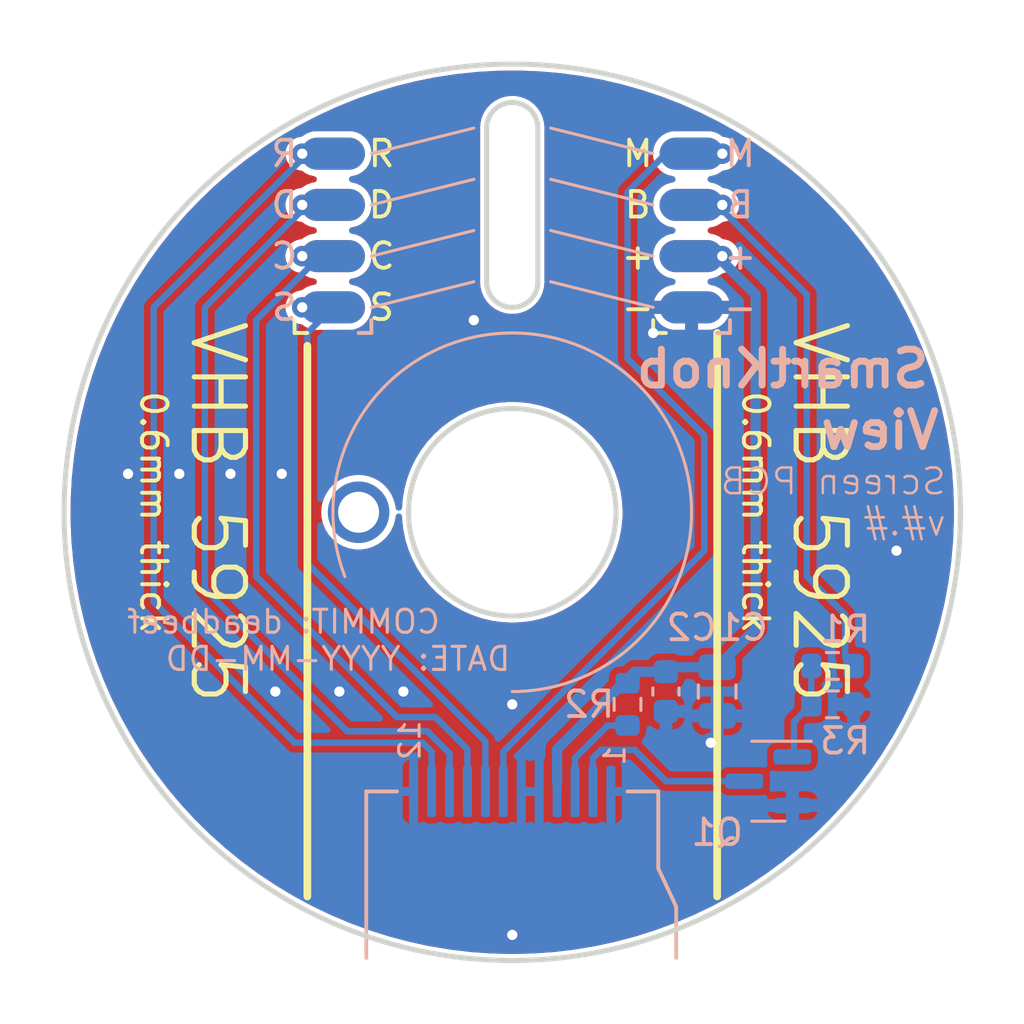
<source format=kicad_pcb>
(kicad_pcb (version 20211014) (generator pcbnew)
  (layers (0 "F.Cu" signal) (31 "B.Cu" signal) (34 "B.Paste" user) (35 "F.Paste" user) (36 "B.SilkS" user "B.Silkscreen") (37 "F.SilkS" user "F.Silkscreen") (38 "B.Mask" user) (39 "F.Mask" user) (44 "Edge.Cuts" user))
  (property "COMMIT_DATE" "YYYY-MM-DD")
  (property "COMMIT_DATE_LONG" "YYYY-MM-DD HH:MM:SS TZ")
  (property "COMMIT_HASH" "deadbeef")
  (property "RELEASE_VERSION" "v#.#")
  (net 0 "")
  (net 1 "GND")
  (net 2 "/VDD")
  (net 3 "/DC")
  (net 4 "/BACKLIGHT_EN")
  (net 5 "/nRESET")
  (net 6 "/MOSI")
  (net 7 "/SCK")
  (net 8 "/nCS")
  (net 9 "/LEDA")
  (net 10 "/LEDK")
  (net 11 "Net-(Q1-Pad1)")
  (footprint "Holes:AlignmentHole_1.6" (layer "F.Cu") (at 94 100)
    (fp_text reference "H1" hide)
    (fp_text value "AlignmentHole" hide)
    (pad "1" thru_hole circle locked (at 0 0) (size 2.4 2.4) (drill 1.6) (layers *.Cu *.Mask))
  )
  (footprint "SolderPads:SolderPads_2mm_4" (layer "F.Cu") (at 93 92 90)
    (fp_text reference "J5" hide)
    (fp_text value "Conn_01x04")
    (fp_line (start -1 -1.5) (end -1 -1) (layer "F.SilkS") (width 0.15))
    (fp_line (start -0.5 -1.5) (end -1 -1.5) (layer "F.SilkS") (width 0.15))
    (pad "1" smd oval locked (at 0 0 90) (size 1.25 2.5) (layers "F.Cu" "F.Mask") (net 8 "/nCS"))
    (pad "2" smd oval locked (at 2 0 90) (size 1.25 2.5) (layers "F.Cu" "F.Mask") (net 7 "/SCK"))
    (pad "3" smd oval locked (at 4 0 90) (size 1.25 2.5) (layers "F.Cu" "F.Mask") (net 6 "/MOSI"))
    (pad "4" smd oval locked (at 6 0 90) (size 1.25 2.5) (layers "F.Cu" "F.Mask") (net 5 "/nRESET"))
  )
  (footprint "SolderPads:SolderPads_2mm_4" (layer "F.Cu") (at 107 92 90)
    (fp_text reference "J4" hide)
    (fp_text value "Conn_01x04")
    (fp_line (start -1 -1.5) (end -1 -1) (layer "F.SilkS") (width 0.15))
    (fp_line (start -0.5 -1.5) (end -1 -1.5) (layer "F.SilkS") (width 0.15))
    (pad "1" smd oval locked (at 0 0 90) (size 1.25 2.5) (layers "F.Cu" "F.Mask") (net 1 "GND"))
    (pad "2" smd oval locked (at 2 0 90) (size 1.25 2.5) (layers "F.Cu" "F.Mask") (net 2 "/VDD"))
    (pad "3" smd oval locked (at 4 0 90) (size 1.25 2.5) (layers "F.Cu" "F.Mask") (net 4 "/BACKLIGHT_EN"))
    (pad "4" smd oval locked (at 6 0 90) (size 1.25 2.5) (layers "F.Cu" "F.Mask") (net 3 "/DC"))
  )
  (footprint "LCD_GC9A01:GC9A01Round1.28" (layer "B.Cu") (at 100 110.9 90)
    (fp_text reference "J2" hide)
    (fp_text value "GC9A01")
    (fp_text user "12" (at 2 -4 90) (layer "B.SilkS") (effects (font (size 0.8 0.8) (thickness 0.12)) (justify mirror)))
    (fp_text user "1" (at 1.4 4 90) (layer "B.SilkS") (effects (font (size 0.8 0.8) (thickness 0.12)) (justify mirror)))
    (fp_line (start -6.5 6.4) (end -4.5 6.4) (layer "B.SilkS") (width 0.15))
    (fp_line (start 0 -5.7) (end -6.5 -5.7) (layer "B.SilkS") (width 0.15))
    (fp_line (start -4.5 6.4) (end -3 5.7) (layer "B.SilkS") (width 0.15))
    (fp_line (start 0 -5.7) (end 0 -4.5) (layer "B.SilkS") (width 0.15))
    (fp_line (start 0 5.7) (end -3 5.7) (layer "B.SilkS") (width 0.15))
    (fp_line (start 0 5.7) (end 0 4.5) (layer "B.SilkS") (width 0.15))
    (pad "1" smd roundrect locked (at 0 3.85 90) (size 2 0.35) (layers "B.Cu" "B.Paste" "B.Mask") (net 1 "GND"))
    (pad "2" smd roundrect locked (at 0 3.15 90) (size 2 0.35) (layers "B.Cu" "B.Paste" "B.Mask") (net 10 "/LEDK"))
    (pad "3" smd roundrect locked (at 0 2.45 90) (size 2 0.35) (layers "B.Cu" "B.Paste" "B.Mask") (net 9 "/LEDA"))
    (pad "4" smd roundrect locked (at 0 1.75 90) (size 2 0.35) (layers "B.Cu" "B.Paste" "B.Mask") (net 2 "/VDD"))
    (pad "5" smd roundrect locked (at 0 1.05 90) (size 2 0.35) (layers "B.Cu" "B.Paste" "B.Mask") (net 1 "GND"))
    (pad "6" smd roundrect locked (at 0 0.35 90) (size 2 0.35) (layers "B.Cu" "B.Paste" "B.Mask") (net 1 "GND"))
    (pad "7" smd roundrect locked (at 0 -0.35 90) (size 2 0.35) (layers "B.Cu" "B.Paste" "B.Mask") (net 3 "/DC"))
    (pad "8" smd roundrect locked (at 0 -1.05 90) (size 2 0.35) (layers "B.Cu" "B.Paste" "B.Mask") (net 8 "/nCS"))
    (pad "9" smd roundrect locked (at 0 -1.75 90) (size 2 0.35) (layers "B.Cu" "B.Paste" "B.Mask") (net 7 "/SCK"))
    (pad "10" smd roundrect locked (at 0 -2.45 90) (size 2 0.35) (layers "B.Cu" "B.Paste" "B.Mask") (net 6 "/MOSI"))
    (pad "11" smd roundrect locked (at 0 -3.15 90) (size 2 0.35) (layers "B.Cu" "B.Paste" "B.Mask") (net 5 "/nRESET"))
    (pad "12" smd roundrect locked (at 0 -3.85 90) (size 2 0.35) (layers "B.Cu" "B.Paste" "B.Mask") (net 1 "GND"))
  )
  (footprint "Package_TO_SOT_SMD:SOT-23" (layer "B.Cu") (at 110 110.5 180)
    (fp_text reference "Q1" (at 2 -2 180) (layer "B.SilkS") (effects (justify mirror)))
    (fp_text value "2N7002")
    (fp_line (start 0 -1.56) (end -0.65 -1.56) (layer "B.SilkS") (width 0.12))
    (fp_line (start 0 -1.56) (end 0.65 -1.56) (layer "B.SilkS") (width 0.12))
    (fp_line (start 0 1.56) (end -1.675 1.56) (layer "B.SilkS") (width 0.12))
    (fp_line (start 0 1.56) (end 0.65 1.56) (layer "B.SilkS") (width 0.12))
    (pad "1" smd roundrect (at -0.9375 0.95 180) (size 1.475 0.6) (layers "B.Cu" "B.Paste" "B.Mask") (net 11 "Net-(Q1-Pad1)"))
    (pad "2" smd roundrect (at -0.9375 -0.95 180) (size 1.475 0.6) (layers "B.Cu" "B.Paste" "B.Mask") (net 1 "GND"))
    (pad "3" smd roundrect (at 0.9375 0 180) (size 1.475 0.6) (layers "B.Cu" "B.Paste" "B.Mask") (net 10 "/LEDK"))
  )
  (footprint "Resistor_SMD:R_0603_1608Metric" (layer "B.Cu") (at 112.5 106 180)
    (fp_text reference "R1" (at -0.5 1.43) (layer "B.SilkS") (effects (justify mirror)))
    (fp_text value "10k")
    (fp_line (start -0.237258 -0.5225) (end 0.237258 -0.5225) (layer "B.SilkS") (width 0.12))
    (fp_line (start -0.237258 0.5225) (end 0.237258 0.5225) (layer "B.SilkS") (width 0.12))
    (pad "1" smd roundrect (at -0.825 0 180) (size 0.8 0.95) (layers "B.Cu" "B.Paste" "B.Mask") (net 4 "/BACKLIGHT_EN"))
    (pad "2" smd roundrect (at 0.825 0 180) (size 0.8 0.95) (layers "B.Cu" "B.Paste" "B.Mask") (net 11 "Net-(Q1-Pad1)"))
  )
  (footprint "Resistor_SMD:R_0603_1608Metric" (layer "B.Cu") (at 104.5 107.5 -90)
    (fp_text reference "R2" (at 0 1.5) (layer "B.SilkS") (effects (justify mirror)))
    (fp_text value "22R")
    (fp_line (start -0.237258 -0.5225) (end 0.237258 -0.5225) (layer "B.SilkS") (width 0.12))
    (fp_line (start -0.237258 0.5225) (end 0.237258 0.5225) (layer "B.SilkS") (width 0.12))
    (pad "1" smd roundrect (at -0.825 0 270) (size 0.8 0.95) (layers "B.Cu" "B.Paste" "B.Mask") (net 2 "/VDD"))
    (pad "2" smd roundrect (at 0.825 0 270) (size 0.8 0.95) (layers "B.Cu" "B.Paste" "B.Mask") (net 9 "/LEDA"))
  )
  (footprint "Resistor_SMD:R_0603_1608Metric" (layer "B.Cu") (at 112.5 107.5)
    (fp_text reference "R3" (at 0.5 1.43) (layer "B.SilkS") (effects (justify mirror)))
    (fp_text value "1M")
    (fp_line (start -0.237258 0.5225) (end 0.237258 0.5225) (layer "B.SilkS") (width 0.12))
    (fp_line (start -0.237258 -0.5225) (end 0.237258 -0.5225) (layer "B.SilkS") (width 0.12))
    (pad "1" smd roundrect (at -0.825 0) (size 0.8 0.95) (layers "B.Cu" "B.Paste" "B.Mask") (net 11 "Net-(Q1-Pad1)"))
    (pad "2" smd roundrect (at 0.825 0) (size 0.8 0.95) (layers "B.Cu" "B.Paste" "B.Mask") (net 1 "GND"))
  )
  (footprint "Capacitor_SMD:C_0603_1608Metric" (layer "B.Cu") (at 106 107 -90)
    (fp_text reference "C2" (at -2.5 -1) (layer "B.SilkS") (effects (justify mirror)))
    (fp_text value "0.1uF")
    (fp_line (start -0.14058 -0.51) (end 0.14058 -0.51) (layer "B.SilkS") (width 0.12))
    (fp_line (start -0.14058 0.51) (end 0.14058 0.51) (layer "B.SilkS") (width 0.12))
    (pad "1" smd roundrect (at -0.775 0 270) (size 0.9 0.95) (layers "B.Cu" "B.Paste" "B.Mask") (net 2 "/VDD"))
    (pad "2" smd roundrect (at 0.775 0 270) (size 0.9 0.95) (layers "B.Cu" "B.Paste" "B.Mask") (net 1 "GND"))
  )
  (footprint "Capacitor_SMD:C_0805_2012Metric" (layer "B.Cu") (at 108 107 -90)
    (fp_text reference "C1" (at -2.5 -1) (layer "B.SilkS") (effects (justify mirror)))
    (fp_text value "22uF")
    (fp_line (start -0.261252 -0.735) (end 0.261252 -0.735) (layer "B.SilkS") (width 0.12))
    (fp_line (start -0.261252 0.735) (end 0.261252 0.735) (layer "B.SilkS") (width 0.12))
    (pad "1" smd roundrect (at -0.95 0 270) (size 1 1.45) (layers "B.Cu" "B.Paste" "B.Mask") (net 2 "/VDD"))
    (pad "2" smd roundrect (at 0.95 0 270) (size 1 1.45) (layers "B.Cu" "B.Paste" "B.Mask") (net 1 "GND"))
  )
  (footprint "SolderPads:SolderPads_2mm_4" (layer "B.Cu") (at 93 92 90)
    (fp_text reference "J3" hide)
    (fp_text value "Conn_01x04")
    (fp_line (start -0.5 1.5) (end -1 1.5) (layer "B.SilkS") (width 0.15))
    (fp_line (start -1 1.5) (end -1 1) (layer "B.SilkS") (width 0.15))
    (pad "1" smd oval locked (at 0 0 90) (size 1.25 2.5) (layers "B.Cu" "B.Mask") (net 8 "/nCS"))
    (pad "2" smd oval locked (at 2 0 90) (size 1.25 2.5) (layers "B.Cu" "B.Mask") (net 7 "/SCK"))
    (pad "3" smd oval locked (at 4 0 90) (size 1.25 2.5) (layers "B.Cu" "B.Mask") (net 6 "/MOSI"))
    (pad "4" smd oval locked (at 6 0 90) (size 1.25 2.5) (layers "B.Cu" "B.Mask") (net 5 "/nRESET"))
  )
  (footprint "SolderPads:SolderPads_2mm_4" (layer "B.Cu") (at 107 92 90)
    (fp_text reference "J1" hide)
    (fp_text value "Conn_01x04")
    (fp_line (start -0.5 1.5) (end -1 1.5) (layer "B.SilkS") (width 0.15))
    (fp_line (start -1 1.5) (end -1 1) (layer "B.SilkS") (width 0.15))
    (pad "1" smd oval locked (at 0 0 90) (size 1.25 2.5) (layers "B.Cu" "B.Mask") (net 1 "GND"))
    (pad "2" smd oval locked (at 2 0 90) (size 1.25 2.5) (layers "B.Cu" "B.Mask") (net 2 "/VDD"))
    (pad "3" smd oval locked (at 4 0 90) (size 1.25 2.5) (layers "B.Cu" "B.Mask") (net 4 "/BACKLIGHT_EN"))
    (pad "4" smd oval locked (at 6 0 90) (size 1.25 2.5) (layers "B.Cu" "B.Mask") (net 3 "/DC"))
  )
  (gr_arc (start 93.466581 102.512854) (mid 103.962955 94.229819) (end 100 107) (layer "B.SilkS") (width 0.12))
  (gr_line (start 98.5 85) (end 94.5 86) (layer "B.SilkS") (width 0.12))
  (gr_line (start 98.5 91) (end 94.5 92) (layer "B.SilkS") (width 0.12))
  (gr_line (start 101.5 85) (end 105.5 86) (layer "B.SilkS") (width 0.12))
  (gr_line (start 101.5 91) (end 105.5 92) (layer "B.SilkS") (width 0.12))
  (gr_line (start 101.5 89) (end 105.5 90) (layer "B.SilkS") (width 0.12))
  (gr_line (start 101.5 87) (end 105.5 88) (layer "B.SilkS") (width 0.12))
  (gr_line (start 98.5 87) (end 94.5 88) (layer "B.SilkS") (width 0.12))
  (gr_line (start 98.5 89) (end 94.5 90) (layer "B.SilkS") (width 0.12))
  (gr_line (start 92 93.5) (end 92 115) (layer "F.SilkS") (width 0.3))
  (gr_line (start 108 93) (end 108 115) (layer "F.SilkS") (width 0.3))
  (gr_arc (start 101 91) (mid 100 92) (end 99 91) (layer "Edge.Cuts") (width 0.2))
  (gr_line (start 99 85) (end 99 91) (layer "Edge.Cuts") (width 0.2))
  (gr_line (start 101 91) (end 101 85) (layer "Edge.Cuts") (width 0.2))
  (gr_arc (start 99 85) (mid 100 84) (end 101 85) (layer "Edge.Cuts") (width 0.2))
  (gr_circle (center 100 100) (end 117.5 100) (layer "Edge.Cuts") (width 0.2) (fill none))
  (gr_circle (center 100 100) (end 104.05 100) (layer "Edge.Cuts") (width 0.2) (fill none))
  (gr_text "    COMMIT: ${COMMIT_HASH}\nDATE: ${COMMIT_DATE}\n" (at 100 105) (layer "B.SilkS") (effects (font (size 0.9 0.9) (thickness 0.12)) (justify left mirror)))
  (gr_text "SmartKnob" (at 116.4 94.4) (layer "B.SilkS") (effects (font (size 1.4 1.4) (thickness 0.27)) (justify left mirror)))
  (gr_text "View" (at 116.8 96.8) (layer "B.SilkS") (effects (font (size 1.4 1.4) (thickness 0.27)) (justify left mirror)))
  (gr_text "R" (at 91.1 86) (layer "B.SilkS") (effects (font (size 1 1)) (justify mirror)))
  (gr_text "M" (at 108.9 86) (layer "B.SilkS") (effects (font (size 1 1)) (justify mirror)))
  (gr_text "S" (at 91.1 92) (layer "B.SilkS") (effects (font (size 1 1)) (justify mirror)))
  (gr_text "-" (at 108.9 92) (layer "B.SilkS") (effects (font (size 1 1)) (justify mirror)))
  (gr_text "D" (at 91.1 88) (layer "B.SilkS") (effects (font (size 1 1)) (justify mirror)))
  (gr_text "+" (at 108.9 90) (layer "B.SilkS") (effects (font (size 1 1)) (justify mirror)))
  (gr_text "Screen PCB\n${RELEASE_VERSION}" (at 117 99.6) (layer "B.SilkS") (effects (font (size 1 1) (thickness 0.1)) (justify left mirror)))
  (gr_text "C" (at 91.1 90) (layer "B.SilkS") (effects (font (size 1 1)) (justify mirror)))
  (gr_text "B" (at 108.9 88) (layer "B.SilkS") (effects (font (size 1 1)) (justify mirror)))
  (gr_text "0.6mm thick" (at 86 100 -90) (layer "F.SilkS") (effects (font (size 1 1))))
  (gr_text "VHB 5925" (at 88.5 100 -90) (layer "F.SilkS") (effects (font (size 2 2) (thickness 0.2))))
  (gr_text "D" (at 94.9 88) (layer "F.SilkS") (effects (font (size 1 1))))
  (gr_text "C" (at 94.9 90) (layer "F.SilkS") (effects (font (size 1 1))))
  (gr_text "S" (at 94.9 92) (layer "F.SilkS") (effects (font (size 1 1))))
  (gr_text "R" (at 94.9 86) (layer "F.SilkS") (effects (font (size 1 1))))
  (gr_text "-" (at 104.9 92) (layer "F.SilkS") (effects (font (size 1 1))))
  (gr_text "+" (at 104.9 90) (layer "F.SilkS") (effects (font (size 1 1))))
  (gr_text "M" (at 104.9 86) (layer "F.SilkS") (effects (font (size 1 1))))
  (gr_text "B" (at 104.9 88) (layer "F.SilkS") (effects (font (size 1 1))))
  (gr_text "0.6mm thick" (at 109.5 100 -90) (layer "F.SilkS") (effects (font (size 1 1))))
  (gr_text "VHB 5925" (at 112 100 -90) (layer "F.SilkS") (effects (font (size 2 2) (thickness 0.2))))
  (via (at 93.25 107) (size 0.8) (drill 0.4) (layers "F.Cu" "B.Cu") (net 1))
  (via (at 85 98.5) (size 0.8) (drill 0.4) (layers "F.Cu" "B.Cu") (net 1))
  (via (at 107.75 109) (size 0.8) (drill 0.4) (layers "F.Cu" "B.Cu") (net 1))
  (via (at 105.5 93) (size 0.8) (drill 0.4) (layers "F.Cu" "B.Cu") (net 1))
  (via (at 91 98.5) (size 0.8) (drill 0.4) (layers "F.Cu" "B.Cu") (net 1))
  (via (at 115 101.5) (size 0.8) (drill 0.4) (layers "F.Cu" "B.Cu") (net 1))
  (via (at 100 116.5) (size 0.8) (drill 0.4) (layers "F.Cu" "B.Cu") (net 1))
  (via (at 89 98.5) (size 0.8) (drill 0.4) (layers "F.Cu" "B.Cu") (net 1))
  (via (at 95.75 107) (size 0.8) (drill 0.4) (layers "F.Cu" "B.Cu") (net 1))
  (via (at 87 98.5) (size 0.8) (drill 0.4) (layers "F.Cu" "B.Cu") (net 1))
  (via (at 90.75 107) (size 0.8) (drill 0.4) (layers "F.Cu" "B.Cu") (net 1))
  (via (at 100 107.5) (size 0.8) (drill 0.4) (layers "F.Cu" "B.Cu") (net 1))
  (via (at 98.5 92.5) (size 0.8) (drill 0.4) (layers "F.Cu" "B.Cu") (net 1))
  (via (at 108.2 90) (size 0.8) (drill 0.4) (layers "F.Cu" "B.Cu") (net 2))
  (segment (start 101.75 109.25) (end 101.75 110.6) (width 0.4) (layer "B.Cu") (net 2))
  (segment (start 108 90) (end 109.5 91.5) (width 0.4) (layer "B.Cu") (net 2))
  (segment (start 109.5 104.55) (end 108 106.05) (width 0.4) (layer "B.Cu") (net 2))
  (segment (start 109.5 91.5) (end 109.5 104.55) (width 0.4) (layer "B.Cu") (net 2))
  (segment (start 106 106.225) (end 104.775 106.225) (width 0.4) (layer "B.Cu") (net 2))
  (segment (start 106.175 106.05) (end 106 106.225) (width 0.25) (layer "B.Cu") (net 2))
  (segment (start 108 106.05) (end 106.175 106.05) (width 0.4) (layer "B.Cu") (net 2))
  (segment (start 104.775 106.225) (end 101.75 109.25) (width 0.4) (layer "B.Cu") (net 2))
  (segment (start 108 90) (end 107 90) (width 0.4) (layer "B.Cu") (net 2))
  (via (at 108.2 86) (size 0.8) (drill 0.4) (layers "F.Cu" "B.Cu") (net 3))
  (segment (start 107.5 101.5) (end 107.5 97) (width 0.25) (layer "B.Cu") (net 3))
  (segment (start 99.65 110.6) (end 99.65 109.35) (width 0.25) (layer "B.Cu") (net 3))
  (segment (start 104.5 87.5) (end 106 86) (width 0.25) (layer "B.Cu") (net 3))
  (segment (start 106 86) (end 107 86) (width 0.25) (layer "B.Cu") (net 3))
  (segment (start 104.5 94) (end 104.5 87.5) (width 0.25) (layer "B.Cu") (net 3))
  (segment (start 99.65 109.35) (end 107.5 101.5) (width 0.25) (layer "B.Cu") (net 3))
  (segment (start 107.5 97) (end 104.5 94) (width 0.25) (layer "B.Cu") (net 3))
  (via (at 108.2 88) (size 0.8) (drill 0.4) (layers "F.Cu" "B.Cu") (net 4))
  (segment (start 113 105.675) (end 113.325 106) (width 0.25) (layer "B.Cu") (net 4))
  (segment (start 113 104) (end 113 105.675) (width 0.25) (layer "B.Cu") (net 4))
  (segment (start 111.5 102.5) (end 113 104) (width 0.25) (layer "B.Cu") (net 4))
  (segment (start 107 88) (end 108 88) (width 0.25) (layer "B.Cu") (net 4))
  (segment (start 111.5 91.5) (end 111.5 102.5) (width 0.25) (layer "B.Cu") (net 4))
  (segment (start 108 88) (end 111.5 91.5) (width 0.25) (layer "B.Cu") (net 4))
  (via (at 91.8 86) (size 0.8) (drill 0.4) (layers "F.Cu" "B.Cu") (net 5))
  (segment (start 96.5 109) (end 91.5 109) (width 0.25) (layer "B.Cu") (net 5))
  (segment (start 96.85 109.35) (end 96.5 109) (width 0.25) (layer "B.Cu") (net 5))
  (segment (start 96.85 110.6) (end 96.85 109.35) (width 0.25) (layer "B.Cu") (net 5))
  (segment (start 91.5 109) (end 86 103.5) (width 0.25) (layer "B.Cu") (net 5))
  (segment (start 86 103.5) (end 86 92) (width 0.25) (layer "B.Cu") (net 5))
  (segment (start 86 92) (end 92 86) (width 0.25) (layer "B.Cu") (net 5))
  (segment (start 92 86) (end 93 86) (width 0.25) (layer "B.Cu") (net 5))
  (via (at 91.8 88) (size 0.8) (drill 0.4) (layers "F.Cu" "B.Cu") (net 6))
  (segment (start 88 103) (end 93.549991 108.549991) (width 0.25) (layer "B.Cu") (net 6))
  (segment (start 93.549991 108.549991) (end 96.686401 108.549991) (width 0.25) (layer "B.Cu") (net 6))
  (segment (start 92 88) (end 88 92) (width 0.25) (layer "B.Cu") (net 6))
  (segment (start 88 92) (end 88 103) (width 0.25) (layer "B.Cu") (net 6))
  (segment (start 96.686401 108.549991) (end 97.55 109.413589) (width 0.25) (layer "B.Cu") (net 6))
  (segment (start 93 88) (end 92 88) (width 0.25) (layer "B.Cu") (net 6))
  (segment (start 97.55 109.413589) (end 97.55 110.6) (width 0.25) (layer "B.Cu") (net 6))
  (via (at 91.8 90) (size 0.8) (drill 0.4) (layers "F.Cu" "B.Cu") (net 7))
  (segment (start 92.5 90) (end 93 90) (width 0.25) (layer "B.Cu") (net 7))
  (segment (start 98.25 110.6) (end 98.25 109.25) (width 0.25) (layer "B.Cu") (net 7))
  (segment (start 95.5 108) (end 90 102.5) (width 0.25) (layer "B.Cu") (net 7))
  (segment (start 97 108) (end 95.5 108) (width 0.25) (layer "B.Cu") (net 7))
  (segment (start 98.25 109.25) (end 97 108) (width 0.25) (layer "B.Cu") (net 7))
  (segment (start 90 102.5) (end 90 92.5) (width 0.25) (layer "B.Cu") (net 7))
  (segment (start 90 92.5) (end 92.5 90) (width 0.25) (layer "B.Cu") (net 7))
  (via (at 91.8 92) (size 0.8) (drill 0.4) (layers "F.Cu" "B.Cu") (net 8))
  (segment (start 92 93) (end 93 92) (width 0.25) (layer "B.Cu") (net 8))
  (segment (start 92 102) (end 92 93) (width 0.25) (layer "B.Cu") (net 8))
  (segment (start 98.95 110.6) (end 98.95 108.95) (width 0.25) (layer "B.Cu") (net 8))
  (segment (start 98.95 108.95) (end 92 102) (width 0.25) (layer "B.Cu") (net 8))
  (segment (start 103.725 108.325) (end 104.5 108.325) (width 0.25) (layer "B.Cu") (net 9))
  (segment (start 102.45 109.6) (end 103.725 108.325) (width 0.25) (layer "B.Cu") (net 9))
  (segment (start 102.45 110.6) (end 102.45 109.6) (width 0.25) (layer "B.Cu") (net 9))
  (segment (start 103.15 109.6) (end 103.47501 109.27499) (width 0.25) (layer "B.Cu") (net 10))
  (segment (start 104.77499 109.27499) (end 106 110.5) (width 0.25) (layer "B.Cu") (net 10))
  (segment (start 103.47501 109.27499) (end 104.77499 109.27499) (width 0.25) (layer "B.Cu") (net 10))
  (segment (start 103.15 110.6) (end 103.15 109.6) (width 0.25) (layer "B.Cu") (net 10))
  (segment (start 106 110.5) (end 109 110.5) (width 0.25) (layer "B.Cu") (net 10))
  (segment (start 111 108.175) (end 111.675 107.5) (width 0.25) (layer "B.Cu") (net 11))
  (segment (start 111.675 106) (end 111.675 107.5) (width 0.25) (layer "B.Cu") (net 11))
  (segment (start 111 109.55) (end 111 108.175) (width 0.25) (layer "B.Cu") (net 11))
  (zone (net 1) (net_name "GND") (layer "F.Cu") (connect_pads (clearance 0.254)) (min_thickness 0.254) (fill yes (thermal_gap 0.254) (thermal_bridge_width 0.508))
    (polygon (pts (xy 120 120) (xy 80 120) (xy 80 80) (xy 120 80)))
  )
  (zone (net 1) (net_name "GND") (layer "B.Cu") (connect_pads (clearance 0.254)) (min_thickness 0.254) (fill yes (thermal_gap 0.254) (thermal_bridge_width 0.508))
    (polygon (pts (xy 120 120) (xy 80 120) (xy 80 80) (xy 120 80)))
  )
)
</source>
